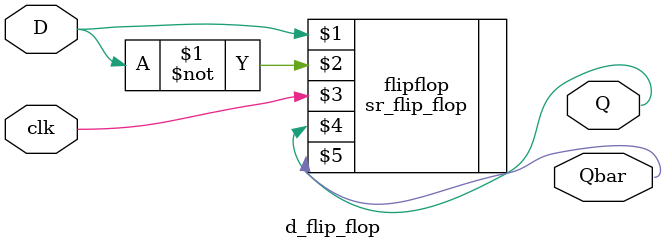
<source format=v>
`include "sr_flip_flop.v"
module d_flip_flop(
    input D,
    input clk,
    output Q,
    output Qbar
);
sr_flip_flop flipflop(D,~D,clk,Q,Qbar);
endmodule
</source>
